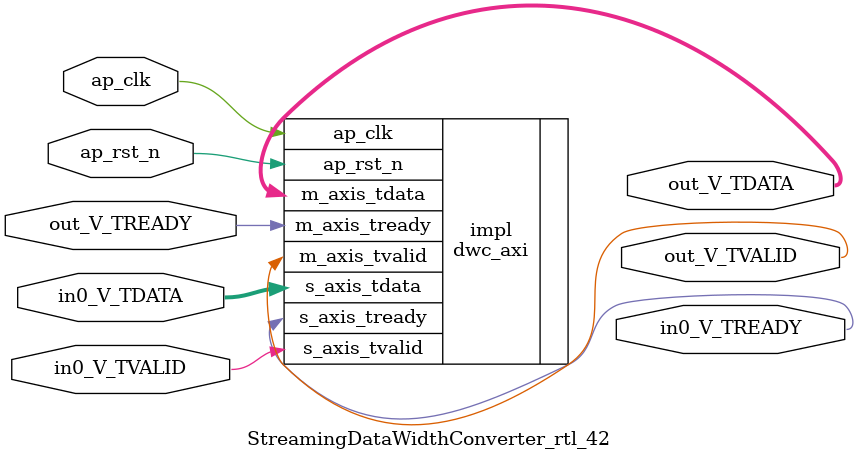
<source format=v>
/******************************************************************************
 * Copyright (C) 2023, Advanced Micro Devices, Inc.
 * All rights reserved.
 *
 * Redistribution and use in source and binary forms, with or without
 * modification, are permitted provided that the following conditions are met:
 *
 *  1. Redistributions of source code must retain the above copyright notice,
 *     this list of conditions and the following disclaimer.
 *
 *  2. Redistributions in binary form must reproduce the above copyright
 *     notice, this list of conditions and the following disclaimer in the
 *     documentation and/or other materials provided with the distribution.
 *
 *  3. Neither the name of the copyright holder nor the names of its
 *     contributors may be used to endorse or promote products derived from
 *     this software without specific prior written permission.
 *
 * THIS SOFTWARE IS PROVIDED BY THE COPYRIGHT HOLDERS AND CONTRIBUTORS "AS IS"
 * AND ANY EXPRESS OR IMPLIED WARRANTIES, INCLUDING, BUT NOT LIMITED TO,
 * THE IMPLIED WARRANTIES OF MERCHANTABILITY AND FITNESS FOR A PARTICULAR
 * PURPOSE ARE DISCLAIMED. IN NO EVENT SHALL THE COPYRIGHT HOLDER OR
 * CONTRIBUTORS BE LIABLE FOR ANY DIRECT, INDIRECT, INCIDENTAL, SPECIAL,
 * EXEMPLARY, OR CONSEQUENTIAL DAMAGES (INCLUDING, BUT NOT LIMITED TO,
 * PROCUREMENT OF SUBSTITUTE GOODS OR SERVICES; LOSS OF USE, DATA, OR PROFITS;
 * OR BUSINESS INTERRUPTION). HOWEVER CAUSED AND ON ANY THEORY OF LIABILITY,
 * WHETHER IN CONTRACT, STRICT LIABILITY, OR TORT (INCLUDING NEGLIGENCE OR
 * OTHERWISE) ARISING IN ANY WAY OUT OF THE USE OF THIS SOFTWARE, EVEN IF
 * ADVISED OF THE POSSIBILITY OF SUCH DAMAGE.
 *****************************************************************************/

module StreamingDataWidthConverter_rtl_42 #(
	parameter  IBITS = 5,
	parameter  OBITS = 320,

	parameter  AXI_IBITS = (IBITS+7)/8 * 8,
	parameter  AXI_OBITS = (OBITS+7)/8 * 8
)(
	//- Global Control ------------------
	(* X_INTERFACE_INFO = "xilinx.com:signal:clock:1.0 ap_clk CLK" *)
	(* X_INTERFACE_PARAMETER = "ASSOCIATED_BUSIF in0_V:out_V, ASSOCIATED_RESET ap_rst_n" *)
	input	ap_clk,
	(* X_INTERFACE_PARAMETER = "POLARITY ACTIVE_LOW" *)
	input	ap_rst_n,

	//- AXI Stream - Input --------------
	output	in0_V_TREADY,
	input	in0_V_TVALID,
	input	[AXI_IBITS-1:0]  in0_V_TDATA,

	//- AXI Stream - Output -------------
	input	out_V_TREADY,
	output	out_V_TVALID,
	output	[AXI_OBITS-1:0]  out_V_TDATA
);

	dwc_axi #(
		.IBITS(IBITS),
		.OBITS(OBITS)
	) impl (
		.ap_clk(ap_clk),
		.ap_rst_n(ap_rst_n),
		.s_axis_tready(in0_V_TREADY),
		.s_axis_tvalid(in0_V_TVALID),
		.s_axis_tdata(in0_V_TDATA),
		.m_axis_tready(out_V_TREADY),
		.m_axis_tvalid(out_V_TVALID),
		.m_axis_tdata(out_V_TDATA)
	);

endmodule

</source>
